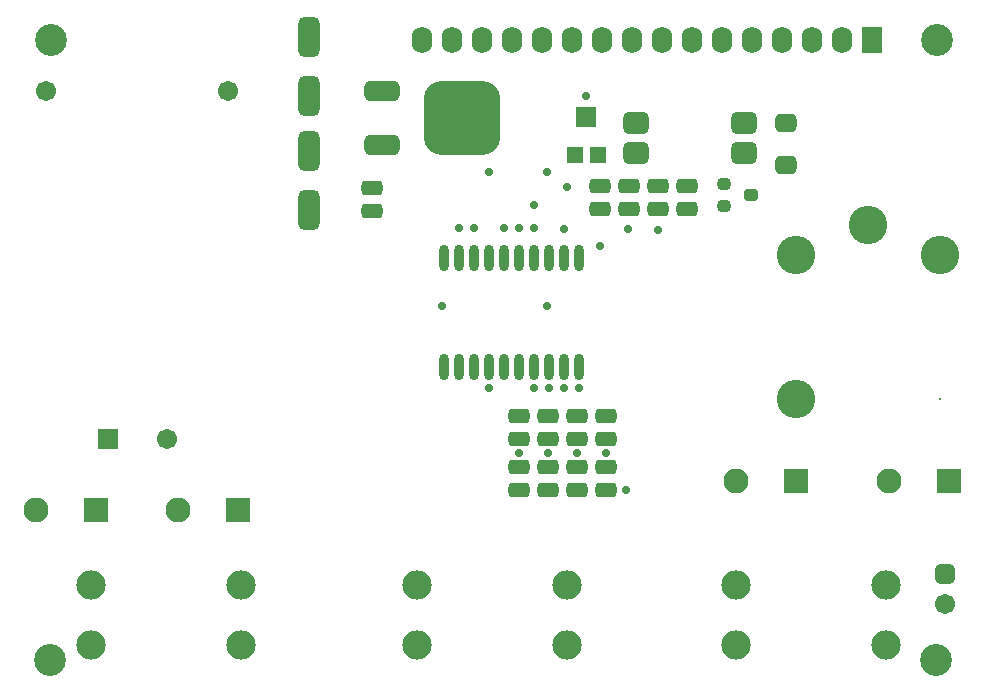
<source format=gts>
G04*
G04 #@! TF.GenerationSoftware,Altium Limited,Altium Designer,21.3.2 (30)*
G04*
G04 Layer_Color=8388736*
%FSTAX24Y24*%
%MOIN*%
G70*
G04*
G04 #@! TF.SameCoordinates,B3B2999D-E210-4126-8252-5E02B47327B5*
G04*
G04*
G04 #@! TF.FilePolarity,Negative*
G04*
G01*
G75*
%ADD32O,0.0316X0.0887*%
G04:AMPARAMS|DCode=33|XSize=71mil|YSize=49.3mil|CornerRadius=14.3mil|HoleSize=0mil|Usage=FLASHONLY|Rotation=0.000|XOffset=0mil|YOffset=0mil|HoleType=Round|Shape=RoundedRectangle|*
%AMROUNDEDRECTD33*
21,1,0.0710,0.0207,0,0,0.0*
21,1,0.0423,0.0493,0,0,0.0*
1,1,0.0287,0.0212,-0.0103*
1,1,0.0287,-0.0212,-0.0103*
1,1,0.0287,-0.0212,0.0103*
1,1,0.0287,0.0212,0.0103*
%
%ADD33ROUNDEDRECTD33*%
G04:AMPARAMS|DCode=34|XSize=248.2mil|YSize=256mil|CornerRadius=64mil|HoleSize=0mil|Usage=FLASHONLY|Rotation=90.000|XOffset=0mil|YOffset=0mil|HoleType=Round|Shape=RoundedRectangle|*
%AMROUNDEDRECTD34*
21,1,0.2482,0.1280,0,0,90.0*
21,1,0.1201,0.2560,0,0,90.0*
1,1,0.1281,0.0640,0.0600*
1,1,0.1281,0.0640,-0.0600*
1,1,0.1281,-0.0640,-0.0600*
1,1,0.1281,-0.0640,0.0600*
%
%ADD34ROUNDEDRECTD34*%
G04:AMPARAMS|DCode=35|XSize=67.1mil|YSize=118.2mil|CornerRadius=18.8mil|HoleSize=0mil|Usage=FLASHONLY|Rotation=90.000|XOffset=0mil|YOffset=0mil|HoleType=Round|Shape=RoundedRectangle|*
%AMROUNDEDRECTD35*
21,1,0.0671,0.0807,0,0,90.0*
21,1,0.0295,0.1182,0,0,90.0*
1,1,0.0375,0.0404,0.0148*
1,1,0.0375,0.0404,-0.0148*
1,1,0.0375,-0.0404,-0.0148*
1,1,0.0375,-0.0404,0.0148*
%
%ADD35ROUNDEDRECTD35*%
G04:AMPARAMS|DCode=36|XSize=86.7mil|YSize=75.3mil|CornerRadius=20.8mil|HoleSize=0mil|Usage=FLASHONLY|Rotation=0.000|XOffset=0mil|YOffset=0mil|HoleType=Round|Shape=RoundedRectangle|*
%AMROUNDEDRECTD36*
21,1,0.0867,0.0337,0,0,0.0*
21,1,0.0451,0.0753,0,0,0.0*
1,1,0.0417,0.0225,-0.0168*
1,1,0.0417,-0.0225,-0.0168*
1,1,0.0417,-0.0225,0.0168*
1,1,0.0417,0.0225,0.0168*
%
%ADD36ROUNDEDRECTD36*%
G04:AMPARAMS|DCode=37|XSize=39.5mil|YSize=47.4mil|CornerRadius=11.9mil|HoleSize=0mil|Usage=FLASHONLY|Rotation=90.000|XOffset=0mil|YOffset=0mil|HoleType=Round|Shape=RoundedRectangle|*
%AMROUNDEDRECTD37*
21,1,0.0395,0.0236,0,0,90.0*
21,1,0.0157,0.0474,0,0,90.0*
1,1,0.0237,0.0118,0.0079*
1,1,0.0237,0.0118,-0.0079*
1,1,0.0237,-0.0118,-0.0079*
1,1,0.0237,-0.0118,0.0079*
%
%ADD37ROUNDEDRECTD37*%
G04:AMPARAMS|DCode=38|XSize=39.5mil|YSize=43.4mil|CornerRadius=11.9mil|HoleSize=0mil|Usage=FLASHONLY|Rotation=90.000|XOffset=0mil|YOffset=0mil|HoleType=Round|Shape=RoundedRectangle|*
%AMROUNDEDRECTD38*
21,1,0.0395,0.0197,0,0,90.0*
21,1,0.0157,0.0434,0,0,90.0*
1,1,0.0237,0.0098,0.0079*
1,1,0.0237,0.0098,-0.0079*
1,1,0.0237,-0.0098,-0.0079*
1,1,0.0237,-0.0098,0.0079*
%
%ADD38ROUNDEDRECTD38*%
G04:AMPARAMS|DCode=39|XSize=63.1mil|YSize=71mil|CornerRadius=17.8mil|HoleSize=0mil|Usage=FLASHONLY|Rotation=90.000|XOffset=0mil|YOffset=0mil|HoleType=Round|Shape=RoundedRectangle|*
%AMROUNDEDRECTD39*
21,1,0.0631,0.0354,0,0,90.0*
21,1,0.0276,0.0710,0,0,90.0*
1,1,0.0356,0.0177,0.0138*
1,1,0.0356,0.0177,-0.0138*
1,1,0.0356,-0.0177,-0.0138*
1,1,0.0356,-0.0177,0.0138*
%
%ADD39ROUNDEDRECTD39*%
%ADD40R,0.0552X0.0552*%
%ADD41R,0.0710X0.0671*%
G04:AMPARAMS|DCode=42|XSize=134mil|YSize=71mil|CornerRadius=19.7mil|HoleSize=0mil|Usage=FLASHONLY|Rotation=270.000|XOffset=0mil|YOffset=0mil|HoleType=Round|Shape=RoundedRectangle|*
%AMROUNDEDRECTD42*
21,1,0.1340,0.0315,0,0,270.0*
21,1,0.0945,0.0710,0,0,270.0*
1,1,0.0395,-0.0157,-0.0472*
1,1,0.0395,-0.0157,0.0472*
1,1,0.0395,0.0157,0.0472*
1,1,0.0395,0.0157,-0.0472*
%
%ADD42ROUNDEDRECTD42*%
%ADD43C,0.0671*%
G04:AMPARAMS|DCode=44|XSize=67.1mil|YSize=67.1mil|CornerRadius=18.8mil|HoleSize=0mil|Usage=FLASHONLY|Rotation=270.000|XOffset=0mil|YOffset=0mil|HoleType=Round|Shape=RoundedRectangle|*
%AMROUNDEDRECTD44*
21,1,0.0671,0.0295,0,0,270.0*
21,1,0.0295,0.0671,0,0,270.0*
1,1,0.0375,-0.0148,-0.0148*
1,1,0.0375,-0.0148,0.0148*
1,1,0.0375,0.0148,0.0148*
1,1,0.0375,0.0148,-0.0148*
%
%ADD44ROUNDEDRECTD44*%
%ADD45C,0.0828*%
%ADD46R,0.0828X0.0828*%
%ADD47R,0.0674X0.0674*%
%ADD48C,0.0674*%
%ADD49C,0.1064*%
%ADD50O,0.0680X0.0880*%
%ADD51R,0.0680X0.0880*%
%ADD52C,0.0980*%
%ADD53C,0.1280*%
%ADD54C,0.0080*%
%ADD55C,0.0277*%
D32*
X03915Y0312D02*
D03*
X03965D02*
D03*
X04015D02*
D03*
X04065D02*
D03*
X04115D02*
D03*
X04165D02*
D03*
X04215D02*
D03*
X04265D02*
D03*
X04315D02*
D03*
X04365D02*
D03*
X03915Y034822D02*
D03*
X03965D02*
D03*
X04015D02*
D03*
X04065D02*
D03*
X04115D02*
D03*
X04165D02*
D03*
X04215D02*
D03*
X04265D02*
D03*
X04315D02*
D03*
X04365D02*
D03*
D33*
X042617Y027116D02*
D03*
Y027884D02*
D03*
X044567Y027116D02*
D03*
Y027884D02*
D03*
X043594Y027116D02*
D03*
Y027884D02*
D03*
X042622Y029584D02*
D03*
Y028816D02*
D03*
X044567Y029584D02*
D03*
Y028816D02*
D03*
X043594Y029584D02*
D03*
Y028816D02*
D03*
X04165Y029584D02*
D03*
Y028816D02*
D03*
X045317Y03725D02*
D03*
Y036482D02*
D03*
X046283D02*
D03*
Y03725D02*
D03*
X04725Y036482D02*
D03*
Y03725D02*
D03*
X04435Y036482D02*
D03*
Y03725D02*
D03*
X04165Y027116D02*
D03*
Y027884D02*
D03*
X03675Y0364D02*
D03*
Y037168D02*
D03*
D34*
X039756Y0395D02*
D03*
D35*
X037098Y038602D02*
D03*
Y040398D02*
D03*
D36*
X049161Y03835D02*
D03*
Y03935D02*
D03*
X045539Y03835D02*
D03*
Y03935D02*
D03*
D37*
X049402Y036934D02*
D03*
D38*
X048496Y037308D02*
D03*
Y03656D02*
D03*
D39*
X05055Y037933D02*
D03*
Y03935D02*
D03*
D40*
X043506Y03827D02*
D03*
X044294D02*
D03*
D41*
X0439Y03955D02*
D03*
D42*
X03465Y038402D02*
D03*
Y036434D02*
D03*
Y04025D02*
D03*
Y042218D02*
D03*
D43*
X05585Y0233D02*
D03*
D44*
Y0243D02*
D03*
D45*
X02555Y02645D02*
D03*
X0303D02*
D03*
X054Y0274D02*
D03*
X0489D02*
D03*
D46*
X02755Y02645D02*
D03*
X0323D02*
D03*
X056Y0274D02*
D03*
X0509D02*
D03*
D47*
X027944Y028813D02*
D03*
D48*
X029912D02*
D03*
X025896Y040387D02*
D03*
X031959D02*
D03*
D49*
X055578Y042105D02*
D03*
X02605D02*
D03*
X055554Y02145D02*
D03*
X026026D02*
D03*
D50*
X038412Y042105D02*
D03*
X039412D02*
D03*
X040412D02*
D03*
X041412D02*
D03*
X042412D02*
D03*
X043412D02*
D03*
X044412D02*
D03*
X045412D02*
D03*
X046412D02*
D03*
X047412D02*
D03*
X048412D02*
D03*
X049412D02*
D03*
X050412D02*
D03*
X051412D02*
D03*
X052412D02*
D03*
D51*
X053412D02*
D03*
D52*
X038263Y02195D02*
D03*
X0489D02*
D03*
X0324D02*
D03*
X043263D02*
D03*
X0539D02*
D03*
X0274D02*
D03*
X0324Y02395D02*
D03*
X0274D02*
D03*
X043263D02*
D03*
X038263D02*
D03*
X0539D02*
D03*
X0489D02*
D03*
D53*
X0557Y03495D02*
D03*
X0509Y03015D02*
D03*
X0533Y03595D02*
D03*
X0509Y03495D02*
D03*
D54*
X0557Y03015D02*
D03*
D55*
X046283Y035783D02*
D03*
X045216Y027116D02*
D03*
X04165Y02835D02*
D03*
X04065Y0305D02*
D03*
X04215D02*
D03*
X04265D02*
D03*
X0426Y03325D02*
D03*
X04365Y0305D02*
D03*
X0391Y03325D02*
D03*
X04325Y0372D02*
D03*
X0426Y0377D02*
D03*
X04065D02*
D03*
X04215Y03585D02*
D03*
X04315Y0358D02*
D03*
X04165Y03585D02*
D03*
X04215Y0366D02*
D03*
X04315Y0305D02*
D03*
X0439Y04025D02*
D03*
X04115Y03585D02*
D03*
X03965D02*
D03*
X0453Y0358D02*
D03*
X04435Y03525D02*
D03*
X04015Y03585D02*
D03*
X044567Y02835D02*
D03*
X043594D02*
D03*
X042619D02*
D03*
M02*

</source>
